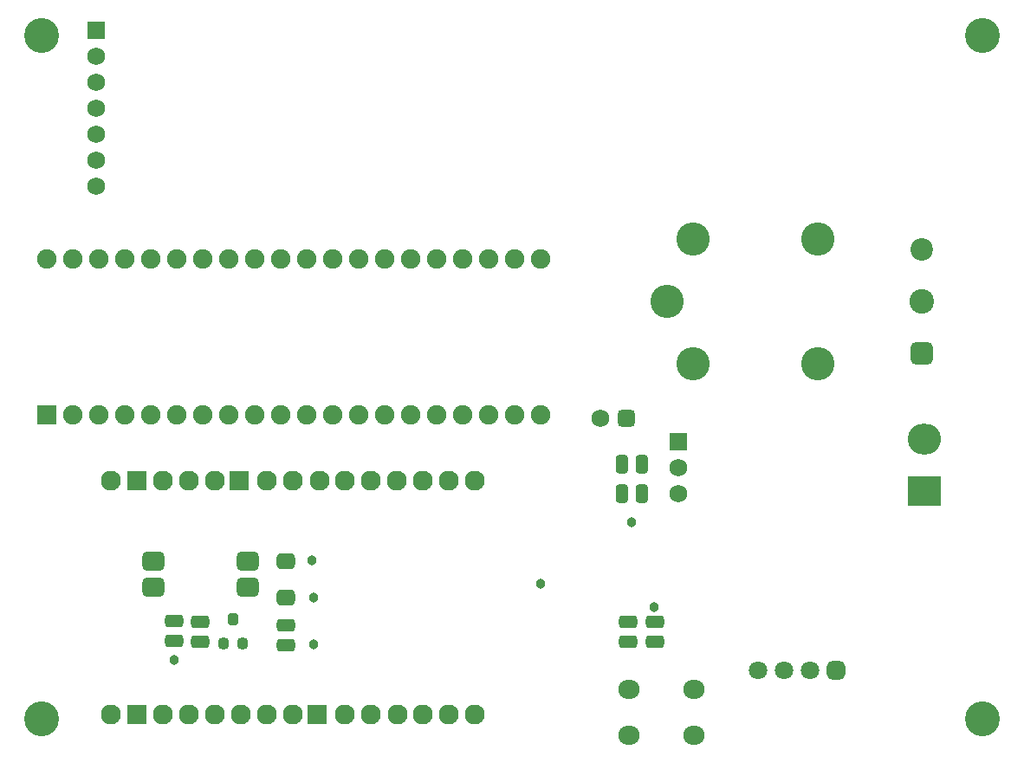
<source format=gts>
G04*
G04 #@! TF.GenerationSoftware,Altium Limited,Altium Designer,21.3.2 (30)*
G04*
G04 Layer_Color=8388736*
%FSTAX24Y24*%
%MOIN*%
G70*
G04*
G04 #@! TF.SameCoordinates,DBE85665-E0BB-432C-AE5E-D4A4B8DC2BF9*
G04*
G04*
G04 #@! TF.FilePolarity,Negative*
G04*
G01*
G75*
G04:AMPARAMS|DCode=27|XSize=71mil|YSize=49.3mil|CornerRadius=14.3mil|HoleSize=0mil|Usage=FLASHONLY|Rotation=0.000|XOffset=0mil|YOffset=0mil|HoleType=Round|Shape=RoundedRectangle|*
%AMROUNDEDRECTD27*
21,1,0.0710,0.0207,0,0,0.0*
21,1,0.0423,0.0493,0,0,0.0*
1,1,0.0287,0.0212,-0.0103*
1,1,0.0287,-0.0212,-0.0103*
1,1,0.0287,-0.0212,0.0103*
1,1,0.0287,0.0212,0.0103*
%
%ADD27ROUNDEDRECTD27*%
G04:AMPARAMS|DCode=28|XSize=39.5mil|YSize=47.4mil|CornerRadius=11.9mil|HoleSize=0mil|Usage=FLASHONLY|Rotation=180.000|XOffset=0mil|YOffset=0mil|HoleType=Round|Shape=RoundedRectangle|*
%AMROUNDEDRECTD28*
21,1,0.0395,0.0236,0,0,180.0*
21,1,0.0157,0.0474,0,0,180.0*
1,1,0.0237,-0.0079,0.0118*
1,1,0.0237,0.0079,0.0118*
1,1,0.0237,0.0079,-0.0118*
1,1,0.0237,-0.0079,-0.0118*
%
%ADD28ROUNDEDRECTD28*%
G04:AMPARAMS|DCode=29|XSize=39.5mil|YSize=43.4mil|CornerRadius=11.9mil|HoleSize=0mil|Usage=FLASHONLY|Rotation=180.000|XOffset=0mil|YOffset=0mil|HoleType=Round|Shape=RoundedRectangle|*
%AMROUNDEDRECTD29*
21,1,0.0395,0.0197,0,0,180.0*
21,1,0.0157,0.0434,0,0,180.0*
1,1,0.0237,-0.0079,0.0098*
1,1,0.0237,0.0079,0.0098*
1,1,0.0237,0.0079,-0.0098*
1,1,0.0237,-0.0079,-0.0098*
%
%ADD29ROUNDEDRECTD29*%
G04:AMPARAMS|DCode=30|XSize=71mil|YSize=49.3mil|CornerRadius=14.3mil|HoleSize=0mil|Usage=FLASHONLY|Rotation=270.000|XOffset=0mil|YOffset=0mil|HoleType=Round|Shape=RoundedRectangle|*
%AMROUNDEDRECTD30*
21,1,0.0710,0.0207,0,0,270.0*
21,1,0.0423,0.0493,0,0,270.0*
1,1,0.0287,-0.0103,-0.0212*
1,1,0.0287,-0.0103,0.0212*
1,1,0.0287,0.0103,0.0212*
1,1,0.0287,0.0103,-0.0212*
%
%ADD30ROUNDEDRECTD30*%
G04:AMPARAMS|DCode=31|XSize=63.1mil|YSize=71mil|CornerRadius=17.8mil|HoleSize=0mil|Usage=FLASHONLY|Rotation=90.000|XOffset=0mil|YOffset=0mil|HoleType=Round|Shape=RoundedRectangle|*
%AMROUNDEDRECTD31*
21,1,0.0631,0.0354,0,0,90.0*
21,1,0.0276,0.0710,0,0,90.0*
1,1,0.0356,0.0177,0.0138*
1,1,0.0356,0.0177,-0.0138*
1,1,0.0356,-0.0177,-0.0138*
1,1,0.0356,-0.0177,0.0138*
%
%ADD31ROUNDEDRECTD31*%
G04:AMPARAMS|DCode=32|XSize=86.7mil|YSize=75.3mil|CornerRadius=20.8mil|HoleSize=0mil|Usage=FLASHONLY|Rotation=0.000|XOffset=0mil|YOffset=0mil|HoleType=Round|Shape=RoundedRectangle|*
%AMROUNDEDRECTD32*
21,1,0.0867,0.0337,0,0,0.0*
21,1,0.0451,0.0753,0,0,0.0*
1,1,0.0417,0.0225,-0.0168*
1,1,0.0417,-0.0225,-0.0168*
1,1,0.0417,-0.0225,0.0168*
1,1,0.0417,0.0225,0.0168*
%
%ADD32ROUNDEDRECTD32*%
%ADD33C,0.1340*%
%ADD34R,0.0680X0.0680*%
%ADD35C,0.0680*%
%ADD36C,0.0770*%
%ADD37R,0.0770X0.0770*%
%ADD38R,0.1280X0.1180*%
%ADD39O,0.1280X0.1180*%
G04:AMPARAMS|DCode=40|XSize=68mil|YSize=68mil|CornerRadius=19mil|HoleSize=0mil|Usage=FLASHONLY|Rotation=180.000|XOffset=0mil|YOffset=0mil|HoleType=Round|Shape=RoundedRectangle|*
%AMROUNDEDRECTD40*
21,1,0.0680,0.0300,0,0,180.0*
21,1,0.0300,0.0680,0,0,180.0*
1,1,0.0380,-0.0150,0.0150*
1,1,0.0380,0.0150,0.0150*
1,1,0.0380,0.0150,-0.0150*
1,1,0.0380,-0.0150,-0.0150*
%
%ADD40ROUNDEDRECTD40*%
%ADD41C,0.0749*%
%ADD42R,0.0749X0.0749*%
G04:AMPARAMS|DCode=43|XSize=71mil|YSize=71mil|CornerRadius=19.7mil|HoleSize=0mil|Usage=FLASHONLY|Rotation=180.000|XOffset=0mil|YOffset=0mil|HoleType=Round|Shape=RoundedRectangle|*
%AMROUNDEDRECTD43*
21,1,0.0710,0.0315,0,0,180.0*
21,1,0.0315,0.0710,0,0,180.0*
1,1,0.0395,-0.0157,0.0157*
1,1,0.0395,0.0157,0.0157*
1,1,0.0395,0.0157,-0.0157*
1,1,0.0395,-0.0157,-0.0157*
%
%ADD43ROUNDEDRECTD43*%
%ADD44C,0.0710*%
%ADD45C,0.0946*%
G04:AMPARAMS|DCode=46|XSize=86.6mil|YSize=86.6mil|CornerRadius=21.7mil|HoleSize=0mil|Usage=FLASHONLY|Rotation=90.000|XOffset=0mil|YOffset=0mil|HoleType=Round|Shape=RoundedRectangle|*
%AMROUNDEDRECTD46*
21,1,0.0866,0.0433,0,0,90.0*
21,1,0.0433,0.0866,0,0,90.0*
1,1,0.0433,0.0217,0.0217*
1,1,0.0433,0.0217,-0.0217*
1,1,0.0433,-0.0217,-0.0217*
1,1,0.0433,-0.0217,0.0217*
%
%ADD46ROUNDEDRECTD46*%
%ADD47C,0.0866*%
%ADD48C,0.1280*%
%ADD49O,0.0830X0.0730*%
%ADD50C,0.0380*%
D27*
X02465Y016482D02*
D03*
Y01725D02*
D03*
X02895Y016332D02*
D03*
Y0171D02*
D03*
X02565Y017234D02*
D03*
Y016466D02*
D03*
X0421Y016466D02*
D03*
Y017234D02*
D03*
X04315Y017234D02*
D03*
Y016466D02*
D03*
D28*
X0269Y017303D02*
D03*
D29*
X026526Y016397D02*
D03*
X027274D02*
D03*
D30*
X041866Y0233D02*
D03*
X042634D02*
D03*
X042634Y02215D02*
D03*
X041866D02*
D03*
D31*
X02895Y019559D02*
D03*
Y018141D02*
D03*
D32*
X023839Y01955D02*
D03*
Y01855D02*
D03*
X027461Y01955D02*
D03*
Y01855D02*
D03*
D33*
X01955Y0398D02*
D03*
Y0135D02*
D03*
X05575D02*
D03*
Y0398D02*
D03*
D34*
X02165Y04D02*
D03*
X04405Y02415D02*
D03*
D35*
X02165Y039D02*
D03*
Y038D02*
D03*
Y037D02*
D03*
Y036D02*
D03*
Y035D02*
D03*
Y034D02*
D03*
X04105Y02505D02*
D03*
X04405Y02215D02*
D03*
Y02315D02*
D03*
D36*
X0312Y01365D02*
D03*
X0322D02*
D03*
X03325D02*
D03*
X0342D02*
D03*
X0352D02*
D03*
X0362D02*
D03*
X0292D02*
D03*
X0282D02*
D03*
X0272D02*
D03*
X0242D02*
D03*
X0252D02*
D03*
X0262D02*
D03*
X0222D02*
D03*
X0312Y02265D02*
D03*
X0322D02*
D03*
X0332D02*
D03*
X0342D02*
D03*
X0352D02*
D03*
X0362D02*
D03*
X03025D02*
D03*
X0292D02*
D03*
X0282D02*
D03*
X0242D02*
D03*
X0252D02*
D03*
X0262D02*
D03*
X0222D02*
D03*
D37*
X03015Y01365D02*
D03*
X0232D02*
D03*
X02715Y02265D02*
D03*
X0232D02*
D03*
D38*
X0535Y02225D02*
D03*
D39*
Y02425D02*
D03*
D40*
X04205Y02505D02*
D03*
D41*
X03875Y0252D02*
D03*
Y0312D02*
D03*
X03775Y0252D02*
D03*
Y0312D02*
D03*
X03675Y0252D02*
D03*
Y0312D02*
D03*
X03575Y0252D02*
D03*
Y0312D02*
D03*
X03475Y0252D02*
D03*
Y0312D02*
D03*
X03375Y0252D02*
D03*
Y0312D02*
D03*
X03275Y0252D02*
D03*
Y0312D02*
D03*
X03175Y0252D02*
D03*
Y0312D02*
D03*
X03075Y0252D02*
D03*
Y0312D02*
D03*
X02975Y0252D02*
D03*
Y0312D02*
D03*
X02875Y0252D02*
D03*
Y0312D02*
D03*
X02775Y0252D02*
D03*
Y0312D02*
D03*
X02675Y0252D02*
D03*
Y0312D02*
D03*
X02575Y0252D02*
D03*
Y0312D02*
D03*
X02475Y0252D02*
D03*
Y0312D02*
D03*
X02375Y0252D02*
D03*
Y0312D02*
D03*
X02275Y0252D02*
D03*
Y0312D02*
D03*
X02175Y0252D02*
D03*
Y0312D02*
D03*
X02075Y0252D02*
D03*
Y0312D02*
D03*
X01975D02*
D03*
D42*
Y0252D02*
D03*
D43*
X0501Y01535D02*
D03*
D44*
X0491D02*
D03*
X0481D02*
D03*
X0471D02*
D03*
D45*
X0534Y02955D02*
D03*
D46*
Y02755D02*
D03*
D47*
Y03155D02*
D03*
D48*
X0446Y03195D02*
D03*
X0494Y02715D02*
D03*
X0436Y02955D02*
D03*
X0494Y03195D02*
D03*
X0446Y02715D02*
D03*
D49*
X04214Y01463D02*
D03*
X04215Y01285D02*
D03*
X04465Y01286D02*
D03*
X04464Y01463D02*
D03*
D50*
X04225Y02105D02*
D03*
X0431Y0178D02*
D03*
X02995Y0196D02*
D03*
X029996Y018146D02*
D03*
X03875Y0187D02*
D03*
X02465Y01575D02*
D03*
X03Y01635D02*
D03*
M02*

</source>
